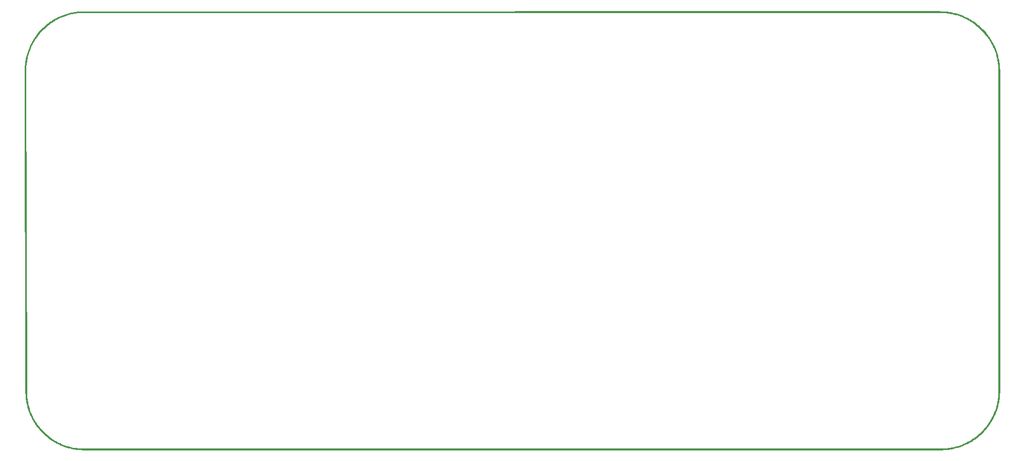
<source format=gko>
G04*
G04 #@! TF.GenerationSoftware,Altium Limited,Altium Designer,22.0.2 (36)*
G04*
G04 Layer_Color=16711935*
%FSTAX25Y25*%
%MOIN*%
G70*
G04*
G04 #@! TF.SameCoordinates,5FDB733D-D120-4548-BF5C-F3B634D9DF53*
G04*
G04*
G04 #@! TF.FilePolarity,Positive*
G04*
G01*
G75*
%ADD10C,0.01000*%
D10*
X068084Y0169526D02*
X0681849Y0169539D01*
X0682856Y016958D01*
X0683862Y0169649D01*
X0684866Y0169744D01*
X0685867Y0169867D01*
X0686864Y0170016D01*
X0687857Y0170193D01*
X0688844Y0170396D01*
X0689826Y0170626D01*
X0690801Y0170883D01*
X0691769Y0171166D01*
X0692729Y0171475D01*
X069368Y017181D01*
X0694622Y017217D01*
X0695553Y0172556D01*
X0696474Y0172967D01*
X0697383Y0173403D01*
X069828Y0173863D01*
X0699165Y0174347D01*
X0700036Y0174855D01*
X0700893Y0175387D01*
X0701735Y0175941D01*
X0702562Y0176518D01*
X0703372Y0177118D01*
X0704167Y0177739D01*
X0704944Y0178381D01*
X0705704Y0179044D01*
X0706445Y0179728D01*
X0707168Y0180431D01*
X0707871Y0181154D01*
X0708554Y0181895D01*
X0709218Y0182655D01*
X070986Y0183432D01*
X0710481Y0184226D01*
X071108Y0185037D01*
X0711657Y0185864D01*
X0712212Y0186706D01*
X0712743Y0187563D01*
X0713251Y0188434D01*
X0713736Y0189318D01*
X0714196Y0190215D01*
X0714632Y0191125D01*
X0715043Y0192045D01*
X0715428Y0192977D01*
X0715789Y0193919D01*
X0716124Y019487D01*
X0716433Y019583D01*
X0716716Y0196798D01*
X0716972Y0197773D01*
X0717202Y0198754D01*
X0717406Y0199742D01*
X0717582Y0200735D01*
X0717732Y0201732D01*
X0717855Y0202733D01*
X071795Y0203736D01*
X0718018Y0204743D01*
X0718059Y020575D01*
X0718073Y0206758D01*
X0100073Y0206255D02*
X0100086Y020526D01*
X0100127Y0204266D01*
X0100194Y0203274D01*
X0100288Y0202284D01*
X0100409Y0201296D01*
X0100557Y0200313D01*
X0100731Y0199333D01*
X0100932Y0198359D01*
X0101158Y0197391D01*
X0101412Y0196429D01*
X0101691Y0195474D01*
X0101996Y0194527D01*
X0102326Y0193589D01*
X0102681Y019266D01*
X0103062Y0191741D01*
X0103468Y0190833D01*
X0103897Y0189936D01*
X0104351Y0189051D01*
X0104829Y0188178D01*
X010533Y0187319D01*
X0105855Y0186474D01*
X0106402Y0185643D01*
X0106971Y0184827D01*
X0107562Y0184027D01*
X0108175Y0183244D01*
X0108808Y0182477D01*
X0109463Y0181728D01*
X0110137Y0180996D01*
X011083Y0180283D01*
X0111543Y017959D01*
X0112275Y0178915D01*
X0113024Y0178261D01*
X0113791Y0177628D01*
X0114574Y0177015D01*
X0115374Y0176424D01*
X011619Y0175855D01*
X0117021Y0175308D01*
X0117866Y0174783D01*
X0118725Y0174282D01*
X0119598Y0173804D01*
X0120483Y017335D01*
X012138Y017292D01*
X0122288Y0172515D01*
X0123207Y0172134D01*
X0124136Y0171779D01*
X0125074Y0171448D01*
X0126021Y0171144D01*
X0126976Y0170864D01*
X0127938Y0170611D01*
X0128906Y0170384D01*
X012988Y0170184D01*
X013086Y017001D01*
X0131843Y0169862D01*
X0132831Y0169741D01*
X0133821Y0169647D01*
X0134813Y016958D01*
X0135807Y0169539D01*
X0136802Y0169526D01*
X0136572Y0447514D02*
X0135564Y0447494D01*
X0134557Y0447446D01*
X0133551Y0447371D01*
X0132548Y0447269D01*
X0131548Y044714D01*
X0130552Y0446983D01*
X012956Y04468D01*
X0128574Y044659D01*
X0127594Y0446353D01*
X012662Y044609D01*
X0125654Y0445801D01*
X0124696Y0445485D01*
X0123747Y0445144D01*
X0122808Y0444777D01*
X0121879Y0444385D01*
X0120961Y0443968D01*
X0120055Y0443526D01*
X011916Y044306D01*
X0118279Y0442569D01*
X0117412Y0442055D01*
X0116558Y0441518D01*
X011572Y0440958D01*
X0114897Y0440375D01*
X011409Y043977D01*
X01133Y0439144D01*
X0112527Y0438496D01*
X0111771Y0437828D01*
X0111035Y043714D01*
X0110317Y0436432D01*
X0109618Y0435704D01*
X010894Y0434958D01*
X0108282Y0434194D01*
X0107645Y0433413D01*
X0107029Y0432614D01*
X0106435Y0431799D01*
X0105863Y0430968D01*
X0105315Y0430122D01*
X0104789Y0429262D01*
X0104286Y0428387D01*
X0103808Y04275D01*
X0103354Y0426599D01*
X0102924Y0425687D01*
X0102519Y0424763D01*
X010214Y0423829D01*
X0101786Y0422885D01*
X0101457Y0421932D01*
X0101154Y042097D01*
X0100878Y042D01*
X0100628Y0419023D01*
X0100405Y041804D01*
X0100208Y0417051D01*
X0100038Y0416057D01*
X0099895Y0415059D01*
X0099779Y0414057D01*
X009969Y0413052D01*
X0099629Y0412046D01*
X0099595Y0411038D01*
X0099588Y041003D01*
X0718073Y0409797D02*
X0718059Y0410801D01*
X0718019Y0411805D01*
X0717952Y0412807D01*
X0717859Y0413807D01*
X0717739Y0414804D01*
X0717592Y0415798D01*
X0717419Y0416787D01*
X071722Y0417772D01*
X0716995Y0418751D01*
X0716744Y0419723D01*
X0716466Y0420689D01*
X0716164Y0421646D01*
X0715836Y0422596D01*
X0715482Y0423536D01*
X0715104Y0424467D01*
X0714701Y0425387D01*
X0714274Y0426296D01*
X0713823Y0427193D01*
X0713348Y0428078D01*
X0712849Y0428951D01*
X0712328Y0429809D01*
X0711784Y0430653D01*
X0711217Y0431483D01*
X0710629Y0432297D01*
X071002Y0433095D01*
X0709389Y0433877D01*
X0708738Y0434642D01*
X0708066Y0435389D01*
X0707375Y0436118D01*
X0706665Y0436828D01*
X0705936Y0437519D01*
X0705189Y0438191D01*
X0704424Y0438842D01*
X0703642Y0439473D01*
X0702844Y0440082D01*
X070203Y044067D01*
X07012Y0441237D01*
X0700356Y0441781D01*
X0699498Y0442302D01*
X0698625Y0442801D01*
X069774Y0443276D01*
X0696843Y0443727D01*
X0695934Y0444154D01*
X0695014Y0444557D01*
X0694083Y0444935D01*
X0693143Y0445288D01*
X0692194Y0445617D01*
X0691236Y0445919D01*
X069027Y0446197D01*
X0689298Y0446448D01*
X0688319Y0446673D01*
X0687334Y0446872D01*
X0686345Y0447045D01*
X0685351Y0447192D01*
X0684354Y0447312D01*
X0683354Y0447405D01*
X0682352Y0447472D01*
X0681348Y0447512D01*
X0680344Y0447526D01*
X0136572Y0447514D02*
X0680344Y0447526D01*
X0137073Y0169526D02*
X0681073Y0169526D01*
X0099588Y041003D02*
X0100073Y0206265D01*
X0718073Y0206758D02*
Y0409797D01*
X0718Y0409771D02*
X0717987Y0410775D01*
X0717946Y0411779D01*
X071788Y0412781D01*
X0717786Y0413781D01*
X0717666Y0414779D01*
X071752Y0415772D01*
X0717347Y0416762D01*
X0717147Y0417746D01*
X0716922Y0418725D01*
X0716671Y0419698D01*
X0716394Y0420663D01*
X0716091Y0421621D01*
X0715763Y042257D01*
X0715409Y042351D01*
X0715031Y0424441D01*
X0714628Y0425361D01*
X0714201Y042627D01*
X071375Y0427168D01*
X0713275Y0428053D01*
X0712777Y0428925D01*
X0712255Y0429783D01*
X0711711Y0430628D01*
X0711145Y0431457D01*
X0710557Y0432271D01*
X0709947Y043307D01*
X0709316Y0433851D01*
X0708665Y0434616D01*
X0707993Y0435363D01*
X0707302Y0436092D01*
X0706592Y0436802D01*
X0705863Y0437493D01*
X0705116Y0438165D01*
X0704351Y0438816D01*
X070357Y0439447D01*
X0702771Y0440057D01*
X0701957Y0440645D01*
X0701128Y0441211D01*
X0700283Y0441755D01*
X0699425Y0442277D01*
X0698553Y0442775D01*
X0697668Y044325D01*
X069677Y0443701D01*
X0695861Y0444128D01*
X0694941Y0444531D01*
X069401Y0444909D01*
X069307Y0445263D01*
X0692121Y0445591D01*
X0691163Y0445894D01*
X0690198Y0446171D01*
X0689225Y0446422D01*
X0688246Y0446647D01*
X0687262Y0446847D01*
X0686272Y044702D01*
X0685279Y0447166D01*
X0684281Y0447286D01*
X0683281Y044738D01*
X0682279Y0447446D01*
X0681275Y0447487D01*
X0680271Y04475D01*
X01365Y0447488D02*
X0135491Y0447468D01*
X0134484Y044742D01*
X0133478Y0447345D01*
X0132475Y0447243D01*
X0131475Y0447114D01*
X0130479Y0446957D01*
X0129487Y0446774D01*
X0128501Y0446564D01*
X0127521Y0446327D01*
X0126547Y0446064D01*
X0125581Y0445775D01*
X0124624Y0445459D01*
X0123675Y0445118D01*
X0122735Y0444751D01*
X0121806Y0444359D01*
X0120888Y0443942D01*
X0119982Y04435D01*
X0119088Y0443034D01*
X0118206Y0442544D01*
X0117339Y044203D01*
X0116486Y0441492D01*
X0115647Y0440932D01*
X0114824Y0440349D01*
X0114017Y0439745D01*
X0113227Y0439118D01*
X0112454Y0438471D01*
X0111699Y0437803D01*
X0110962Y0437114D01*
X0110244Y0436406D01*
X0109546Y0435678D01*
X0108867Y0434933D01*
X0108209Y0434168D01*
X0107572Y0433387D01*
X0106956Y0432588D01*
X0106362Y0431773D01*
X0105791Y0430942D01*
X0105242Y0430096D01*
X0104716Y0429236D01*
X0104214Y0428362D01*
X0103735Y0427474D01*
X0103281Y0426574D01*
X0102851Y0425661D01*
X0102447Y0424738D01*
X0102067Y0423803D01*
X0101713Y0422859D01*
X0101384Y0421906D01*
X0101082Y0420944D01*
X0100805Y0419974D01*
X0100555Y0418997D01*
X0100332Y0418014D01*
X0100135Y0417025D01*
X0099965Y0416031D01*
X0099822Y0415033D01*
X0099706Y0414031D01*
X0099617Y0413027D01*
X0099556Y041202D01*
X0099522Y0411012D01*
X0099515Y0410004D01*
X01Y0206229D02*
X0100013Y0205234D01*
X0100054Y0204241D01*
X0100121Y0203248D01*
X0100215Y0202258D01*
X0100336Y0201271D01*
X0100484Y0200287D01*
X0100658Y0199308D01*
X0100859Y0198333D01*
X0101086Y0197365D01*
X0101339Y0196403D01*
X0101618Y0195448D01*
X0101923Y0194501D01*
X0102253Y0193563D01*
X0102609Y0192634D01*
X0102989Y0191715D01*
X0103395Y0190807D01*
X0103824Y018991D01*
X0104279Y0189025D01*
X0104756Y0188152D01*
X0105257Y0187293D01*
X0105782Y0186448D01*
X0106329Y0185617D01*
X0106898Y0184801D01*
X0107489Y0184002D01*
X0108102Y0183218D01*
X0108736Y0182451D01*
X010939Y0181702D01*
X0110064Y0180971D01*
X0110758Y0180258D01*
X011147Y0179564D01*
X0112202Y017889D01*
X0112951Y0178235D01*
X0113718Y0177602D01*
X0114502Y0176989D01*
X0115302Y0176398D01*
X0116117Y0175829D01*
X0116948Y0175282D01*
X0117793Y0174758D01*
X0118652Y0174256D01*
X0119525Y0173778D01*
X012041Y0173325D01*
X0121307Y0172895D01*
X0122215Y0172489D01*
X0123134Y0172109D01*
X0124063Y0171753D01*
X0125002Y0171423D01*
X0125948Y0171118D01*
X0126903Y0170839D01*
X0127865Y0170586D01*
X0128833Y0170359D01*
X0129808Y0170158D01*
X0130787Y0169984D01*
X0131771Y0169836D01*
X0132758Y0169715D01*
X0133748Y0169621D01*
X0134741Y0169554D01*
X0135734Y0169513D01*
X0136729Y01695D01*
X0680768D02*
X0681776Y0169514D01*
X0682783Y0169555D01*
X0683789Y0169623D01*
X0684793Y0169718D01*
X0685794Y0169841D01*
X0686791Y0169991D01*
X0687784Y0170167D01*
X0688771Y017037D01*
X0689753Y01706D01*
X0690728Y0170857D01*
X0691696Y017114D01*
X0692656Y0171449D01*
X0693607Y0171784D01*
X0694549Y0172144D01*
X069548Y017253D01*
X0696401Y0172941D01*
X069731Y0173377D01*
X0698208Y0173837D01*
X0699092Y0174321D01*
X0699963Y017483D01*
X070082Y0175361D01*
X0701662Y0175916D01*
X0702489Y0176493D01*
X07033Y0177092D01*
X0704094Y0177713D01*
X0704871Y0178355D01*
X0705631Y0179018D01*
X0706372Y0179702D01*
X0707095Y0180405D01*
X0707798Y0181128D01*
X0708482Y0181869D01*
X0709145Y0182629D01*
X0709787Y0183406D01*
X0710408Y01842D01*
X0711007Y0185011D01*
X0711585Y0185838D01*
X0712139Y018668D01*
X0712671Y0187537D01*
X0713179Y0188408D01*
X0713663Y0189293D01*
X0714123Y019019D01*
X0714559Y0191099D01*
X071497Y019202D01*
X0715356Y0192951D01*
X0715716Y0193893D01*
X0716051Y0194844D01*
X071636Y0195804D01*
X0716643Y0196772D01*
X0716899Y0197747D01*
X071713Y0198729D01*
X0717333Y0199716D01*
X071751Y0200709D01*
X0717659Y0201706D01*
X0717782Y0202707D01*
X0717877Y0203711D01*
X0717945Y0204717D01*
X0717986Y0205724D01*
X0718Y0206732D01*
Y0409771D01*
X0099515Y0410004D02*
X01Y0206239D01*
X0137Y01695D02*
X0681Y01695D01*
X01365Y0447488D02*
X0680271Y04475D01*
M02*

</source>
